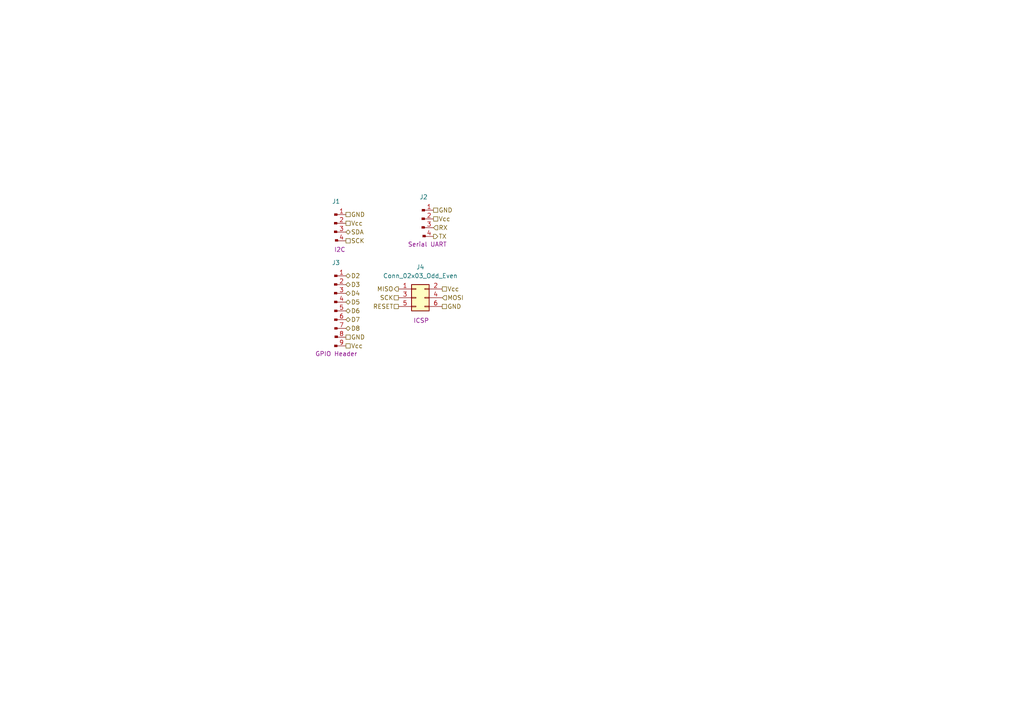
<source format=kicad_sch>
(kicad_sch (version 20231120) (generator "eeschema") (generator_version "7.99")
  (paper "A4")
  (lib_symbols
    (symbol "Anıls_Library2:Conn_01x04_Male"
      (property "Reference" "J" (at 0 0 0))
      (symbol "Conn_01x04_Male_0_1"
        (polyline (pts (xy -0.8307 -7.7935) (xy -0.3227 -7.2855)))
        (polyline (pts (xy -0.8307 -7.7935) (xy -0.0687 -7.5395)))
        (polyline (pts (xy -0.8307 -7.7935) (xy -0.0687 -7.2855)))
        (polyline (pts (xy -0.8307 -7.5395) (xy -0.3227 -7.7935)))
        (polyline (pts (xy -0.8307 -7.2855) (xy -0.3227 -7.7935)))
        (polyline (pts (xy -0.8139 -5.2846) (xy -0.3059 -4.7766)))
        (polyline (pts (xy -0.8139 -5.2846) (xy -0.0519 -5.0306)))
        (polyline (pts (xy -0.8139 -5.2846) (xy -0.0519 -4.7766)))
        (polyline (pts (xy -0.8139 -5.0306) (xy -0.3059 -5.2846)))
        (polyline (pts (xy -0.8139 -4.7766) (xy -0.3059 -5.2846)))
        (polyline (pts (xy -0.762 -2.794) (xy -0.254 -2.286)))
        (polyline (pts (xy -0.762 -2.794) (xy 0 -2.54)))
        (polyline (pts (xy -0.762 -2.794) (xy 0 -2.286)))
        (polyline (pts (xy -0.762 -2.54) (xy -0.254 -2.794)))
        (polyline (pts (xy -0.762 -2.286) (xy -0.254 -2.794)))
        (polyline (pts (xy -0.5767 -7.2855) (xy -0.0687 -7.5395)))
        (polyline (pts (xy -0.5623 -10.2917) (xy -0.0543 -9.7837)))
        (polyline (pts (xy -0.5623 -10.2917) (xy 0.1997 -10.0377)))
        (polyline (pts (xy -0.5623 -10.2917) (xy 0.1997 -9.7837)))
        (polyline (pts (xy -0.5623 -10.0377) (xy -0.0543 -10.2917)))
        (polyline (pts (xy -0.5623 -9.7837) (xy -0.0543 -10.2917)))
        (polyline (pts (xy -0.5599 -4.7766) (xy -0.0519 -5.0306)))
        (polyline (pts (xy -0.508 -2.286) (xy 0 -2.54)))
        (polyline (pts (xy -0.3227 -7.7935) (xy -0.3227 -7.5395)))
        (polyline (pts (xy -0.3227 -7.7935) (xy -0.3227 -7.2855)))
        (polyline (pts (xy -0.3083 -9.7837) (xy 0.1997 -10.0377)))
        (polyline (pts (xy -0.3059 -5.2846) (xy -0.3059 -5.0306)))
        (polyline (pts (xy -0.3059 -5.2846) (xy -0.3059 -4.7766)))
        (polyline (pts (xy -0.254 -2.794) (xy -0.254 -2.54)))
        (polyline (pts (xy -0.254 -2.794) (xy -0.254 -2.286)))
        (polyline (pts (xy -0.0687 -7.7935) (xy -0.8307 -7.2855)))
        (polyline (pts (xy -0.0687 -7.7935) (xy -0.3227 -7.5395)))
        (polyline (pts (xy -0.0543 -10.2917) (xy -0.0543 -10.0377)))
        (polyline (pts (xy -0.0543 -10.2917) (xy -0.0543 -9.7837)))
        (polyline (pts (xy -0.0519 -5.2846) (xy -0.8139 -4.7766)))
        (polyline (pts (xy -0.0519 -5.2846) (xy -0.3059 -5.0306)))
        (polyline (pts (xy 0 -2.794) (xy -0.762 -2.286)))
        (polyline (pts (xy 0 -2.794) (xy -0.254 -2.54)))
        (polyline (pts (xy 0.1997 -10.2917) (xy -0.5623 -9.7837)))
        (polyline (pts (xy 0.1997 -10.2917) (xy -0.0543 -10.0377)))
        (polyline (pts (xy -0.0687 -7.5395) (xy -0.0687 -7.2855) (xy -0.8307 -7.2855) (xy -0.8307 -7.7935) (xy -0.0687 -7.7935) (xy -0.0687 -7.5395) (xy -0.8307 -7.5395) (xy -0.3227 -7.5395) (xy -0.3227 -7.2855)))
        (polyline (pts (xy -0.0519 -5.0306) (xy -0.0519 -4.7766) (xy -0.8139 -4.7766) (xy -0.8139 -5.2846) (xy -0.0519 -5.2846) (xy -0.0519 -5.0306) (xy -0.8139 -5.0306) (xy -0.3059 -5.0306) (xy -0.3059 -4.7766)))
        (polyline (pts (xy 0 -2.54) (xy 0 -2.286) (xy -0.762 -2.286) (xy -0.762 -2.794) (xy 0 -2.794) (xy 0 -2.54) (xy -0.762 -2.54) (xy -0.254 -2.54) (xy -0.254 -2.286)))
        (polyline (pts (xy 0.1997 -10.0377) (xy 0.1997 -9.7837) (xy -0.5623 -9.7837) (xy -0.5623 -10.2917) (xy 0.1997 -10.2917) (xy 0.1997 -10.0377) (xy -0.5623 -10.0377) (xy -0.0543 -10.0377) (xy -0.0543 -9.7837)))
      )
      (symbol "Conn_01x04_Male_1_1"
        (pin passive line (at 2.54 -2.54 180) (length 2.54) (name "") (number "1"))
        (pin passive line (at 2.54 -5.08 180) (length 2.54) (name "") (number "2"))
        (pin passive line (at 2.54 -7.62 180) (length 2.54) (name "") (number "3"))
        (pin passive line (at 2.54 -10.16 180) (length 2.54) (name "") (number "4"))
      )
    )
    (symbol "Anıls_Library2:Conn_01x09_Male"
      (property "Reference" "J" (at 0 0 0))
      (symbol "Conn_01x09_Male_0_1"
        (polyline (pts (xy -0.8307 -7.7935) (xy -0.3227 -7.2855)))
        (polyline (pts (xy -0.8307 -7.7935) (xy -0.0687 -7.5395)))
        (polyline (pts (xy -0.8307 -7.7935) (xy -0.0687 -7.2855)))
        (polyline (pts (xy -0.8307 -7.5395) (xy -0.3227 -7.7935)))
        (polyline (pts (xy -0.8307 -7.2855) (xy -0.3227 -7.7935)))
        (polyline (pts (xy -0.8139 -5.2846) (xy -0.3059 -4.7766)))
        (polyline (pts (xy -0.8139 -5.2846) (xy -0.0519 -5.0306)))
        (polyline (pts (xy -0.8139 -5.2846) (xy -0.0519 -4.7766)))
        (polyline (pts (xy -0.8139 -5.0306) (xy -0.3059 -5.2846)))
        (polyline (pts (xy -0.8139 -4.7766) (xy -0.3059 -5.2846)))
        (polyline (pts (xy -0.7935 -10.3601) (xy -0.2855 -9.8521)))
        (polyline (pts (xy -0.7935 -10.3601) (xy -0.0315 -10.1061)))
        (polyline (pts (xy -0.7935 -10.3601) (xy -0.0315 -9.8521)))
        (polyline (pts (xy -0.7935 -10.1061) (xy -0.2855 -10.3601)))
        (polyline (pts (xy -0.7935 -9.8521) (xy -0.2855 -10.3601)))
        (polyline (pts (xy -0.762 -23.114) (xy -0.254 -22.606)))
        (polyline (pts (xy -0.762 -23.114) (xy 0 -22.86)))
        (polyline (pts (xy -0.762 -23.114) (xy 0 -22.606)))
        (polyline (pts (xy -0.762 -22.86) (xy -0.254 -23.114)))
        (polyline (pts (xy -0.762 -22.606) (xy -0.254 -23.114)))
        (polyline (pts (xy -0.762 -15.494) (xy -0.254 -14.986)))
        (polyline (pts (xy -0.762 -15.494) (xy 0 -15.24)))
        (polyline (pts (xy -0.762 -15.494) (xy 0 -14.986)))
        (polyline (pts (xy -0.762 -15.24) (xy -0.254 -15.494)))
        (polyline (pts (xy -0.762 -14.986) (xy -0.254 -15.494)))
        (polyline (pts (xy -0.762 -12.954) (xy -0.254 -12.446)))
        (polyline (pts (xy -0.762 -12.954) (xy 0 -12.7)))
        (polyline (pts (xy -0.762 -12.954) (xy 0 -12.446)))
        (polyline (pts (xy -0.762 -12.7) (xy -0.254 -12.954)))
        (polyline (pts (xy -0.762 -12.446) (xy -0.254 -12.954)))
        (polyline (pts (xy -0.762 -2.794) (xy -0.254 -2.286)))
        (polyline (pts (xy -0.762 -2.794) (xy 0 -2.54)))
        (polyline (pts (xy -0.762 -2.794) (xy 0 -2.286)))
        (polyline (pts (xy -0.762 -2.54) (xy -0.254 -2.794)))
        (polyline (pts (xy -0.762 -2.286) (xy -0.254 -2.794)))
        (polyline (pts (xy -0.7277 -18.0342) (xy -0.2197 -17.5262)))
        (polyline (pts (xy -0.7277 -18.0342) (xy 0.0343 -17.7802)))
        (polyline (pts (xy -0.7277 -18.0342) (xy 0.0343 -17.5262)))
        (polyline (pts (xy -0.7277 -17.7802) (xy -0.2197 -18.0342)))
        (polyline (pts (xy -0.7277 -17.5262) (xy -0.2197 -18.0342)))
        (polyline (pts (xy -0.6478 -20.4659) (xy -0.1398 -19.9579)))
        (polyline (pts (xy -0.6478 -20.4659) (xy 0.1142 -20.2119)))
        (polyline (pts (xy -0.6478 -20.4659) (xy 0.1142 -19.9579)))
        (polyline (pts (xy -0.6478 -20.2119) (xy -0.1398 -20.4659)))
        (polyline (pts (xy -0.6478 -19.9579) (xy -0.1398 -20.4659)))
        (polyline (pts (xy -0.5767 -7.2855) (xy -0.0687 -7.5395)))
        (polyline (pts (xy -0.5599 -4.7766) (xy -0.0519 -5.0306)))
        (polyline (pts (xy -0.5395 -9.8521) (xy -0.0315 -10.1061)))
        (polyline (pts (xy -0.508 -22.606) (xy 0 -22.86)))
        (polyline (pts (xy -0.508 -14.986) (xy 0 -15.24)))
        (polyline (pts (xy -0.508 -12.446) (xy 0 -12.7)))
        (polyline (pts (xy -0.508 -2.286) (xy 0 -2.54)))
        (polyline (pts (xy -0.4737 -17.5262) (xy 0.0343 -17.7802)))
        (polyline (pts (xy -0.3938 -19.9579) (xy 0.1142 -20.2119)))
        (polyline (pts (xy -0.3227 -7.7935) (xy -0.3227 -7.5395)))
        (polyline (pts (xy -0.3227 -7.7935) (xy -0.3227 -7.2855)))
        (polyline (pts (xy -0.3059 -5.2846) (xy -0.3059 -5.0306)))
        (polyline (pts (xy -0.3059 -5.2846) (xy -0.3059 -4.7766)))
        (polyline (pts (xy -0.2855 -10.3601) (xy -0.2855 -10.1061)))
        (polyline (pts (xy -0.2855 -10.3601) (xy -0.2855 -9.8521)))
        (polyline (pts (xy -0.254 -23.114) (xy -0.254 -22.86)))
        (polyline (pts (xy -0.254 -23.114) (xy -0.254 -22.606)))
        (polyline (pts (xy -0.254 -15.494) (xy -0.254 -15.24)))
        (polyline (pts (xy -0.254 -15.494) (xy -0.254 -14.986)))
        (polyline (pts (xy -0.254 -12.954) (xy -0.254 -12.7)))
        (polyline (pts (xy -0.254 -12.954) (xy -0.254 -12.446)))
        (polyline (pts (xy -0.254 -2.794) (xy -0.254 -2.54)))
        (polyline (pts (xy -0.254 -2.794) (xy -0.254 -2.286)))
        (polyline (pts (xy -0.2197 -18.0342) (xy -0.2197 -17.7802)))
        (polyline (pts (xy -0.2197 -18.0342) (xy -0.2197 -17.5262)))
        (polyline (pts (xy -0.1398 -20.4659) (xy -0.1398 -20.2119)))
        (polyline (pts (xy -0.1398 -20.4659) (xy -0.1398 -19.9579)))
        (polyline (pts (xy -0.0687 -7.7935) (xy -0.8307 -7.2855)))
        (polyline (pts (xy -0.0687 -7.7935) (xy -0.3227 -7.5395)))
        (polyline (pts (xy -0.0519 -5.2846) (xy -0.8139 -4.7766)))
        (polyline (pts (xy -0.0519 -5.2846) (xy -0.3059 -5.0306)))
        (polyline (pts (xy -0.0315 -10.3601) (xy -0.7935 -9.8521)))
        (polyline (pts (xy -0.0315 -10.3601) (xy -0.2855 -10.1061)))
        (polyline (pts (xy 0 -23.114) (xy -0.762 -22.606)))
        (polyline (pts (xy 0 -23.114) (xy -0.254 -22.86)))
        (polyline (pts (xy 0 -15.494) (xy -0.762 -14.986)))
        (polyline (pts (xy 0 -15.494) (xy -0.254 -15.24)))
        (polyline (pts (xy 0 -12.954) (xy -0.762 -12.446)))
        (polyline (pts (xy 0 -12.954) (xy -0.254 -12.7)))
        (polyline (pts (xy 0 -2.794) (xy -0.762 -2.286)))
        (polyline (pts (xy 0 -2.794) (xy -0.254 -2.54)))
        (polyline (pts (xy 0.0343 -18.0342) (xy -0.7277 -17.5262)))
        (polyline (pts (xy 0.0343 -18.0342) (xy -0.2197 -17.7802)))
        (polyline (pts (xy 0.1142 -20.4659) (xy -0.6478 -19.9579)))
        (polyline (pts (xy 0.1142 -20.4659) (xy -0.1398 -20.2119)))
        (polyline (pts (xy -0.0687 -7.5395) (xy -0.0687 -7.2855) (xy -0.8307 -7.2855) (xy -0.8307 -7.7935) (xy -0.0687 -7.7935) (xy -0.0687 -7.5395) (xy -0.8307 -7.5395) (xy -0.3227 -7.5395) (xy -0.3227 -7.2855)))
        (polyline (pts (xy -0.0519 -5.0306) (xy -0.0519 -4.7766) (xy -0.8139 -4.7766) (xy -0.8139 -5.2846) (xy -0.0519 -5.2846) (xy -0.0519 -5.0306) (xy -0.8139 -5.0306) (xy -0.3059 -5.0306) (xy -0.3059 -4.7766)))
        (polyline (pts (xy -0.0315 -10.1061) (xy -0.0315 -9.8521) (xy -0.7935 -9.8521) (xy -0.7935 -10.3601) (xy -0.0315 -10.3601) (xy -0.0315 -10.1061) (xy -0.7935 -10.1061) (xy -0.2855 -10.1061) (xy -0.2855 -9.8521)))
        (polyline (pts (xy 0 -22.86) (xy 0 -22.606) (xy -0.762 -22.606) (xy -0.762 -23.114) (xy 0 -23.114) (xy 0 -22.86) (xy -0.762 -22.86) (xy -0.254 -22.86) (xy -0.254 -22.606)))
        (polyline (pts (xy 0 -15.24) (xy 0 -14.986) (xy -0.762 -14.986) (xy -0.762 -15.494) (xy 0 -15.494) (xy 0 -15.24) (xy -0.762 -15.24) (xy -0.254 -15.24) (xy -0.254 -14.986)))
        (polyline (pts (xy 0 -12.7) (xy 0 -12.446) (xy -0.762 -12.446) (xy -0.762 -12.954) (xy 0 -12.954) (xy 0 -12.7) (xy -0.762 -12.7) (xy -0.254 -12.7) (xy -0.254 -12.446)))
        (polyline (pts (xy 0 -2.54) (xy 0 -2.286) (xy -0.762 -2.286) (xy -0.762 -2.794) (xy 0 -2.794) (xy 0 -2.54) (xy -0.762 -2.54) (xy -0.254 -2.54) (xy -0.254 -2.286)))
        (polyline (pts (xy 0.0343 -17.7802) (xy 0.0343 -17.5262) (xy -0.7277 -17.5262) (xy -0.7277 -18.0342) (xy 0.0343 -18.0342) (xy 0.0343 -17.7802) (xy -0.7277 -17.7802) (xy -0.2197 -17.7802) (xy -0.2197 -17.5262)))
        (polyline (pts (xy 0.1142 -20.2119) (xy 0.1142 -19.9579) (xy -0.6478 -19.9579) (xy -0.6478 -20.4659) (xy 0.1142 -20.4659) (xy 0.1142 -20.2119) (xy -0.6478 -20.2119) (xy -0.1398 -20.2119) (xy -0.1398 -19.9579)))
      )
      (symbol "Conn_01x09_Male_1_1"
        (pin passive line (at 2.54 -2.54 180) (length 2.54) (name "") (number "1"))
        (pin passive line (at 2.54 -5.08 180) (length 2.54) (name "") (number "2"))
        (pin passive line (at 2.54 -7.62 180) (length 2.54) (name "") (number "3"))
        (pin passive line (at 2.54 -10.16 180) (length 2.54) (name "") (number "4"))
        (pin passive line (at 2.54 -12.7 180) (length 2.54) (name "") (number "5"))
        (pin passive line (at 2.54 -15.24 180) (length 2.54) (name "") (number "6"))
        (pin passive line (at 2.54 -17.78 180) (length 2.54) (name "") (number "7"))
        (pin passive line (at 2.54 -20.32 180) (length 2.54) (name "") (number "8"))
        (pin passive line (at 2.54 -22.86 180) (length 2.54) (name "") (number "9"))
      )
    )
    (symbol "Connector_Generic:Conn_02x03_Odd_Even" (pin_names (offset 1.016) hide)
      (property "Reference" "J" (at 1.27 5.08 0))
      (property "Value" "Conn_02x03_Odd_Even" (at 1.27 -5.08 0))
      (symbol "Conn_02x03_Odd_Even_1_1"
        (rectangle (start -1.27 -2.413) (end 0 -2.667) (stroke (width 0.1524)))
        (rectangle (start -1.27 0.127) (end 0 -0.127) (stroke (width 0.1524)))
        (rectangle (start -1.27 2.667) (end 0 2.413) (stroke (width 0.1524)))
        (rectangle (start -1.27 3.81) (end 3.81 -3.81) (stroke (width 0.254)) (fill (type background)))
        (rectangle (start 3.81 -2.413) (end 2.54 -2.667) (stroke (width 0.1524)))
        (rectangle (start 3.81 0.127) (end 2.54 -0.127) (stroke (width 0.1524)))
        (rectangle (start 3.81 2.667) (end 2.54 2.413) (stroke (width 0.1524)))
        (pin passive line (at -5.08 2.54 0) (length 3.81) (name "Pin_1") (number "1"))
        (pin passive line (at 7.62 2.54 180) (length 3.81) (name "Pin_2") (number "2"))
        (pin passive line (at -5.08 0 0) (length 3.81) (name "Pin_3") (number "3"))
        (pin passive line (at 7.62 0 180) (length 3.81) (name "Pin_4") (number "4"))
        (pin passive line (at -5.08 -2.54 0) (length 3.81) (name "Pin_5") (number "5"))
        (pin passive line (at 7.62 -2.54 180) (length 3.81) (name "Pin_6") (number "6"))
      )
    )
  )
  (hierarchical_label "GND" (shape passive) (at 125.73 60.96 0))
  (hierarchical_label "Vcc" (shape passive) (at 100.33 64.77 0))
  (hierarchical_label "TX" (shape output) (at 125.73 68.58 0))
  (hierarchical_label "D4" (shape bidirectional) (at 100.33 85.09 0))
  (hierarchical_label "GND" (shape passive) (at 100.33 97.79 0))
  (hierarchical_label "SDA" (shape bidirectional) (at 100.33 67.31 0))
  (hierarchical_label "D3" (shape bidirectional) (at 100.33 82.55 0))
  (hierarchical_label "SCK" (shape passive) (at 115.57 86.36 180))
  (hierarchical_label "Vcc" (shape passive) (at 125.73 63.5 0))
  (hierarchical_label "D8" (shape bidirectional) (at 100.33 95.25 0))
  (hierarchical_label "Vcc" (shape passive) (at 128.27 83.82 0))
  (hierarchical_label "SCK" (shape passive) (at 100.33 69.85 0))
  (hierarchical_label "GND" (shape passive) (at 100.33 62.23 0))
  (hierarchical_label "RX" (shape input) (at 125.73 66.04 0))
  (hierarchical_label "D6" (shape bidirectional) (at 100.33 90.17 0))
  (hierarchical_label "Vcc" (shape passive) (at 100.33 100.33 0))
  (hierarchical_label "D5" (shape bidirectional) (at 100.33 87.63 0))
  (hierarchical_label "D7" (shape bidirectional) (at 100.33 92.71 0))
  (hierarchical_label "D2" (shape bidirectional) (at 100.33 80.01 0))
  (hierarchical_label "RESET" (shape passive) (at 115.57 88.9 180))
  (hierarchical_label "MISO" (shape output) (at 115.57 83.82 180))
  (hierarchical_label "MOSI" (shape input) (at 128.27 86.36 0))
  (hierarchical_label "GND" (shape passive) (at 128.27 88.9 0))
  (symbol (lib_id "Anıls_Library2:Conn_01x04_Male") (at 97.79 59.69 0) (unit 1)
    (property "Reference" "J1" (at 97.4745 58.42 0))
    (property "Value" "Conn_01x04_Male" (effects (hide yes)))
    (property "Footprint" "Connector_PinHeader_2.54mm:PinHeader_1x04_P2.54mm_Vertical" (effects (hide yes)))
    (property "Purpose" "I2C" (at 98.552 72.39 0))
  )
  (symbol (lib_id "Anıls_Library2:Conn_01x04_Male") (at 123.19 58.42 0) (unit 1)
    (property "Reference" "J2" (at 122.8745 57.15 0))
    (property "Value" "Conn_01x04_Male" (effects (hide yes)))
    (property "Footprint" "Connector_PinHeader_2.54mm:PinHeader_1x04_P2.54mm_Vertical" (effects (hide yes)))
    (property "Purpose" "Serial UART" (at 123.952 70.866 0))
  )
  (symbol (lib_id "Anıls_Library2:Conn_01x09_Male") (at 97.79 77.47 0) (unit 1)
    (property "Reference" "J3" (at 97.4317 76.2 0))
    (property "Value" "Conn_01x09_Male" (effects (hide yes)))
    (property "Footprint" "Connector_PinHeader_2.54mm:PinHeader_1x09_P2.54mm_Vertical" (effects (hide yes)))
    (property "Purpose" "GPIO Header" (at 97.536 102.616 0))
  )
  (symbol (lib_id "Connector_Generic:Conn_02x03_Odd_Even") (at 120.65 86.36 0) (unit 1)
    (property "Reference" "J4" (at 121.92 77.47 0))
    (property "Value" "Conn_02x03_Odd_Even" (at 121.92 80.01 0))
    (property "Footprint" "Connector_PinHeader_2.54mm:PinHeader_2x03_P2.54mm_Vertical" (effects (hide yes)))
    (property "Description" "Generic connector, double row, 02x03, odd/even pin numbering scheme (row 1 odd numbers, row 2 even numbers), script generated (kicad-library-utils/schlib/autogen/connector/)" (effects (hide yes)))
    (property "Purpose" "ICSP" (at 122.174 92.964 0))
  )
)
</source>
